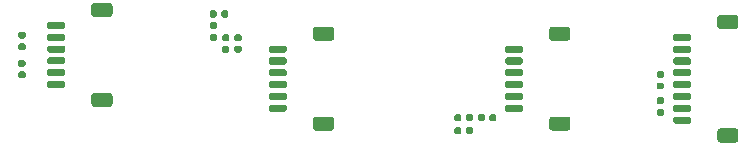
<source format=gtp>
G04 #@! TF.GenerationSoftware,KiCad,Pcbnew,(5.1.6-0-10_14)*
G04 #@! TF.CreationDate,2021-04-13T12:38:31+02:00*
G04 #@! TF.ProjectId,Encoder_SPI_Panel,456e636f-6465-4725-9f53-50495f50616e,rev?*
G04 #@! TF.SameCoordinates,Original*
G04 #@! TF.FileFunction,Paste,Top*
G04 #@! TF.FilePolarity,Positive*
%FSLAX46Y46*%
G04 Gerber Fmt 4.6, Leading zero omitted, Abs format (unit mm)*
G04 Created by KiCad (PCBNEW (5.1.6-0-10_14)) date 2021-04-13 12:38:31*
%MOMM*%
%LPD*%
G01*
G04 APERTURE LIST*
G04 APERTURE END LIST*
G36*
G01*
X106000950Y-41084950D02*
X106345950Y-41084950D01*
G75*
G02*
X106493450Y-41232450I0J-147500D01*
G01*
X106493450Y-41527450D01*
G75*
G02*
X106345950Y-41674950I-147500J0D01*
G01*
X106000950Y-41674950D01*
G75*
G02*
X105853450Y-41527450I0J147500D01*
G01*
X105853450Y-41232450D01*
G75*
G02*
X106000950Y-41084950I147500J0D01*
G01*
G37*
G36*
G01*
X106000950Y-42054950D02*
X106345950Y-42054950D01*
G75*
G02*
X106493450Y-42202450I0J-147500D01*
G01*
X106493450Y-42497450D01*
G75*
G02*
X106345950Y-42644950I-147500J0D01*
G01*
X106000950Y-42644950D01*
G75*
G02*
X105853450Y-42497450I0J147500D01*
G01*
X105853450Y-42202450D01*
G75*
G02*
X106000950Y-42054950I147500J0D01*
G01*
G37*
G36*
G01*
X106345950Y-40409950D02*
X106000950Y-40409950D01*
G75*
G02*
X105853450Y-40262450I0J147500D01*
G01*
X105853450Y-39967450D01*
G75*
G02*
X106000950Y-39819950I147500J0D01*
G01*
X106345950Y-39819950D01*
G75*
G02*
X106493450Y-39967450I0J-147500D01*
G01*
X106493450Y-40262450D01*
G75*
G02*
X106345950Y-40409950I-147500J0D01*
G01*
G37*
G36*
G01*
X106345950Y-39439950D02*
X106000950Y-39439950D01*
G75*
G02*
X105853450Y-39292450I0J147500D01*
G01*
X105853450Y-38997450D01*
G75*
G02*
X106000950Y-38849950I147500J0D01*
G01*
X106345950Y-38849950D01*
G75*
G02*
X106493450Y-38997450I0J-147500D01*
G01*
X106493450Y-39292450D01*
G75*
G02*
X106345950Y-39439950I-147500J0D01*
G01*
G37*
G36*
G01*
X108628450Y-43299950D02*
X107378450Y-43299950D01*
G75*
G02*
X107228450Y-43149950I0J150000D01*
G01*
X107228450Y-42849950D01*
G75*
G02*
X107378450Y-42699950I150000J0D01*
G01*
X108628450Y-42699950D01*
G75*
G02*
X108778450Y-42849950I0J-150000D01*
G01*
X108778450Y-43149950D01*
G75*
G02*
X108628450Y-43299950I-150000J0D01*
G01*
G37*
G36*
G01*
X108628450Y-42299950D02*
X107378450Y-42299950D01*
G75*
G02*
X107228450Y-42149950I0J150000D01*
G01*
X107228450Y-41849950D01*
G75*
G02*
X107378450Y-41699950I150000J0D01*
G01*
X108628450Y-41699950D01*
G75*
G02*
X108778450Y-41849950I0J-150000D01*
G01*
X108778450Y-42149950D01*
G75*
G02*
X108628450Y-42299950I-150000J0D01*
G01*
G37*
G36*
G01*
X108628450Y-41299950D02*
X107378450Y-41299950D01*
G75*
G02*
X107228450Y-41149950I0J150000D01*
G01*
X107228450Y-40849950D01*
G75*
G02*
X107378450Y-40699950I150000J0D01*
G01*
X108628450Y-40699950D01*
G75*
G02*
X108778450Y-40849950I0J-150000D01*
G01*
X108778450Y-41149950D01*
G75*
G02*
X108628450Y-41299950I-150000J0D01*
G01*
G37*
G36*
G01*
X108628450Y-40299950D02*
X107378450Y-40299950D01*
G75*
G02*
X107228450Y-40149950I0J150000D01*
G01*
X107228450Y-39849950D01*
G75*
G02*
X107378450Y-39699950I150000J0D01*
G01*
X108628450Y-39699950D01*
G75*
G02*
X108778450Y-39849950I0J-150000D01*
G01*
X108778450Y-40149950D01*
G75*
G02*
X108628450Y-40299950I-150000J0D01*
G01*
G37*
G36*
G01*
X108628450Y-39299950D02*
X107378450Y-39299950D01*
G75*
G02*
X107228450Y-39149950I0J150000D01*
G01*
X107228450Y-38849950D01*
G75*
G02*
X107378450Y-38699950I150000J0D01*
G01*
X108628450Y-38699950D01*
G75*
G02*
X108778450Y-38849950I0J-150000D01*
G01*
X108778450Y-39149950D01*
G75*
G02*
X108628450Y-39299950I-150000J0D01*
G01*
G37*
G36*
G01*
X108628450Y-38299950D02*
X107378450Y-38299950D01*
G75*
G02*
X107228450Y-38149950I0J150000D01*
G01*
X107228450Y-37849950D01*
G75*
G02*
X107378450Y-37699950I150000J0D01*
G01*
X108628450Y-37699950D01*
G75*
G02*
X108778450Y-37849950I0J-150000D01*
G01*
X108778450Y-38149950D01*
G75*
G02*
X108628450Y-38299950I-150000J0D01*
G01*
G37*
G36*
G01*
X108628450Y-37299950D02*
X107378450Y-37299950D01*
G75*
G02*
X107228450Y-37149950I0J150000D01*
G01*
X107228450Y-36849950D01*
G75*
G02*
X107378450Y-36699950I150000J0D01*
G01*
X108628450Y-36699950D01*
G75*
G02*
X108778450Y-36849950I0J-150000D01*
G01*
X108778450Y-37149950D01*
G75*
G02*
X108628450Y-37299950I-150000J0D01*
G01*
G37*
G36*
G01*
X108628450Y-36299950D02*
X107378450Y-36299950D01*
G75*
G02*
X107228450Y-36149950I0J150000D01*
G01*
X107228450Y-35849950D01*
G75*
G02*
X107378450Y-35699950I150000J0D01*
G01*
X108628450Y-35699950D01*
G75*
G02*
X108778450Y-35849950I0J-150000D01*
G01*
X108778450Y-36149950D01*
G75*
G02*
X108628450Y-36299950I-150000J0D01*
G01*
G37*
G36*
G01*
X112528451Y-44899950D02*
X111228449Y-44899950D01*
G75*
G02*
X110978450Y-44649951I0J249999D01*
G01*
X110978450Y-43949949D01*
G75*
G02*
X111228449Y-43699950I249999J0D01*
G01*
X112528451Y-43699950D01*
G75*
G02*
X112778450Y-43949949I0J-249999D01*
G01*
X112778450Y-44649951D01*
G75*
G02*
X112528451Y-44899950I-249999J0D01*
G01*
G37*
G36*
G01*
X112528451Y-35299950D02*
X111228449Y-35299950D01*
G75*
G02*
X110978450Y-35049951I0J249999D01*
G01*
X110978450Y-34349949D01*
G75*
G02*
X111228449Y-34099950I249999J0D01*
G01*
X112528451Y-34099950D01*
G75*
G02*
X112778450Y-34349949I0J-249999D01*
G01*
X112778450Y-35049951D01*
G75*
G02*
X112528451Y-35299950I-249999J0D01*
G01*
G37*
G36*
G01*
X98298052Y-36299999D02*
X96998050Y-36299999D01*
G75*
G02*
X96748051Y-36050000I0J249999D01*
G01*
X96748051Y-35349998D01*
G75*
G02*
X96998050Y-35099999I249999J0D01*
G01*
X98298052Y-35099999D01*
G75*
G02*
X98548051Y-35349998I0J-249999D01*
G01*
X98548051Y-36050000D01*
G75*
G02*
X98298052Y-36299999I-249999J0D01*
G01*
G37*
G36*
G01*
X98298052Y-43899999D02*
X96998050Y-43899999D01*
G75*
G02*
X96748051Y-43650000I0J249999D01*
G01*
X96748051Y-42949998D01*
G75*
G02*
X96998050Y-42699999I249999J0D01*
G01*
X98298052Y-42699999D01*
G75*
G02*
X98548051Y-42949998I0J-249999D01*
G01*
X98548051Y-43650000D01*
G75*
G02*
X98298052Y-43899999I-249999J0D01*
G01*
G37*
G36*
G01*
X94398051Y-37299999D02*
X93148051Y-37299999D01*
G75*
G02*
X92998051Y-37149999I0J150000D01*
G01*
X92998051Y-36849999D01*
G75*
G02*
X93148051Y-36699999I150000J0D01*
G01*
X94398051Y-36699999D01*
G75*
G02*
X94548051Y-36849999I0J-150000D01*
G01*
X94548051Y-37149999D01*
G75*
G02*
X94398051Y-37299999I-150000J0D01*
G01*
G37*
G36*
G01*
X94398051Y-38299999D02*
X93148051Y-38299999D01*
G75*
G02*
X92998051Y-38149999I0J150000D01*
G01*
X92998051Y-37849999D01*
G75*
G02*
X93148051Y-37699999I150000J0D01*
G01*
X94398051Y-37699999D01*
G75*
G02*
X94548051Y-37849999I0J-150000D01*
G01*
X94548051Y-38149999D01*
G75*
G02*
X94398051Y-38299999I-150000J0D01*
G01*
G37*
G36*
G01*
X94398051Y-39299999D02*
X93148051Y-39299999D01*
G75*
G02*
X92998051Y-39149999I0J150000D01*
G01*
X92998051Y-38849999D01*
G75*
G02*
X93148051Y-38699999I150000J0D01*
G01*
X94398051Y-38699999D01*
G75*
G02*
X94548051Y-38849999I0J-150000D01*
G01*
X94548051Y-39149999D01*
G75*
G02*
X94398051Y-39299999I-150000J0D01*
G01*
G37*
G36*
G01*
X94398051Y-40299999D02*
X93148051Y-40299999D01*
G75*
G02*
X92998051Y-40149999I0J150000D01*
G01*
X92998051Y-39849999D01*
G75*
G02*
X93148051Y-39699999I150000J0D01*
G01*
X94398051Y-39699999D01*
G75*
G02*
X94548051Y-39849999I0J-150000D01*
G01*
X94548051Y-40149999D01*
G75*
G02*
X94398051Y-40299999I-150000J0D01*
G01*
G37*
G36*
G01*
X94398051Y-41299999D02*
X93148051Y-41299999D01*
G75*
G02*
X92998051Y-41149999I0J150000D01*
G01*
X92998051Y-40849999D01*
G75*
G02*
X93148051Y-40699999I150000J0D01*
G01*
X94398051Y-40699999D01*
G75*
G02*
X94548051Y-40849999I0J-150000D01*
G01*
X94548051Y-41149999D01*
G75*
G02*
X94398051Y-41299999I-150000J0D01*
G01*
G37*
G36*
G01*
X94398051Y-42299999D02*
X93148051Y-42299999D01*
G75*
G02*
X92998051Y-42149999I0J150000D01*
G01*
X92998051Y-41849999D01*
G75*
G02*
X93148051Y-41699999I150000J0D01*
G01*
X94398051Y-41699999D01*
G75*
G02*
X94548051Y-41849999I0J-150000D01*
G01*
X94548051Y-42149999D01*
G75*
G02*
X94398051Y-42299999I-150000J0D01*
G01*
G37*
G36*
G01*
X91693051Y-42972499D02*
X91693051Y-42627499D01*
G75*
G02*
X91840551Y-42479999I147500J0D01*
G01*
X92135551Y-42479999D01*
G75*
G02*
X92283051Y-42627499I0J-147500D01*
G01*
X92283051Y-42972499D01*
G75*
G02*
X92135551Y-43119999I-147500J0D01*
G01*
X91840551Y-43119999D01*
G75*
G02*
X91693051Y-42972499I0J147500D01*
G01*
G37*
G36*
G01*
X90723051Y-42972499D02*
X90723051Y-42627499D01*
G75*
G02*
X90870551Y-42479999I147500J0D01*
G01*
X91165551Y-42479999D01*
G75*
G02*
X91313051Y-42627499I0J-147500D01*
G01*
X91313051Y-42972499D01*
G75*
G02*
X91165551Y-43119999I-147500J0D01*
G01*
X90870551Y-43119999D01*
G75*
G02*
X90723051Y-42972499I0J147500D01*
G01*
G37*
G36*
G01*
X89693051Y-44072499D02*
X89693051Y-43727499D01*
G75*
G02*
X89840551Y-43579999I147500J0D01*
G01*
X90135551Y-43579999D01*
G75*
G02*
X90283051Y-43727499I0J-147500D01*
G01*
X90283051Y-44072499D01*
G75*
G02*
X90135551Y-44219999I-147500J0D01*
G01*
X89840551Y-44219999D01*
G75*
G02*
X89693051Y-44072499I0J147500D01*
G01*
G37*
G36*
G01*
X88723051Y-44072499D02*
X88723051Y-43727499D01*
G75*
G02*
X88870551Y-43579999I147500J0D01*
G01*
X89165551Y-43579999D01*
G75*
G02*
X89313051Y-43727499I0J-147500D01*
G01*
X89313051Y-44072499D01*
G75*
G02*
X89165551Y-44219999I-147500J0D01*
G01*
X88870551Y-44219999D01*
G75*
G02*
X88723051Y-44072499I0J147500D01*
G01*
G37*
G36*
G01*
X89693051Y-42972499D02*
X89693051Y-42627499D01*
G75*
G02*
X89840551Y-42479999I147500J0D01*
G01*
X90135551Y-42479999D01*
G75*
G02*
X90283051Y-42627499I0J-147500D01*
G01*
X90283051Y-42972499D01*
G75*
G02*
X90135551Y-43119999I-147500J0D01*
G01*
X89840551Y-43119999D01*
G75*
G02*
X89693051Y-42972499I0J147500D01*
G01*
G37*
G36*
G01*
X88723051Y-42972499D02*
X88723051Y-42627499D01*
G75*
G02*
X88870551Y-42479999I147500J0D01*
G01*
X89165551Y-42479999D01*
G75*
G02*
X89313051Y-42627499I0J-147500D01*
G01*
X89313051Y-42972499D01*
G75*
G02*
X89165551Y-43119999I-147500J0D01*
G01*
X88870551Y-43119999D01*
G75*
G02*
X88723051Y-42972499I0J147500D01*
G01*
G37*
G36*
G01*
X69535539Y-37309999D02*
X69190539Y-37309999D01*
G75*
G02*
X69043039Y-37162499I0J147500D01*
G01*
X69043039Y-36867499D01*
G75*
G02*
X69190539Y-36719999I147500J0D01*
G01*
X69535539Y-36719999D01*
G75*
G02*
X69683039Y-36867499I0J-147500D01*
G01*
X69683039Y-37162499D01*
G75*
G02*
X69535539Y-37309999I-147500J0D01*
G01*
G37*
G36*
G01*
X69535539Y-36339999D02*
X69190539Y-36339999D01*
G75*
G02*
X69043039Y-36192499I0J147500D01*
G01*
X69043039Y-35897499D01*
G75*
G02*
X69190539Y-35749999I147500J0D01*
G01*
X69535539Y-35749999D01*
G75*
G02*
X69683039Y-35897499I0J-147500D01*
G01*
X69683039Y-36192499D01*
G75*
G02*
X69535539Y-36339999I-147500J0D01*
G01*
G37*
G36*
G01*
X70220539Y-35739999D02*
X70565539Y-35739999D01*
G75*
G02*
X70713039Y-35887499I0J-147500D01*
G01*
X70713039Y-36182499D01*
G75*
G02*
X70565539Y-36329999I-147500J0D01*
G01*
X70220539Y-36329999D01*
G75*
G02*
X70073039Y-36182499I0J147500D01*
G01*
X70073039Y-35887499D01*
G75*
G02*
X70220539Y-35739999I147500J0D01*
G01*
G37*
G36*
G01*
X70220539Y-36709999D02*
X70565539Y-36709999D01*
G75*
G02*
X70713039Y-36857499I0J-147500D01*
G01*
X70713039Y-37152499D01*
G75*
G02*
X70565539Y-37299999I-147500J0D01*
G01*
X70220539Y-37299999D01*
G75*
G02*
X70073039Y-37152499I0J147500D01*
G01*
X70073039Y-36857499D01*
G75*
G02*
X70220539Y-36709999I147500J0D01*
G01*
G37*
G36*
G01*
X68160539Y-34729999D02*
X68505539Y-34729999D01*
G75*
G02*
X68653039Y-34877499I0J-147500D01*
G01*
X68653039Y-35172499D01*
G75*
G02*
X68505539Y-35319999I-147500J0D01*
G01*
X68160539Y-35319999D01*
G75*
G02*
X68013039Y-35172499I0J147500D01*
G01*
X68013039Y-34877499D01*
G75*
G02*
X68160539Y-34729999I147500J0D01*
G01*
G37*
G36*
G01*
X68160539Y-35699999D02*
X68505539Y-35699999D01*
G75*
G02*
X68653039Y-35847499I0J-147500D01*
G01*
X68653039Y-36142499D01*
G75*
G02*
X68505539Y-36289999I-147500J0D01*
G01*
X68160539Y-36289999D01*
G75*
G02*
X68013039Y-36142499I0J147500D01*
G01*
X68013039Y-35847499D01*
G75*
G02*
X68160539Y-35699999I147500J0D01*
G01*
G37*
G36*
G01*
X74398039Y-42299999D02*
X73148039Y-42299999D01*
G75*
G02*
X72998039Y-42149999I0J150000D01*
G01*
X72998039Y-41849999D01*
G75*
G02*
X73148039Y-41699999I150000J0D01*
G01*
X74398039Y-41699999D01*
G75*
G02*
X74548039Y-41849999I0J-150000D01*
G01*
X74548039Y-42149999D01*
G75*
G02*
X74398039Y-42299999I-150000J0D01*
G01*
G37*
G36*
G01*
X74398039Y-41299999D02*
X73148039Y-41299999D01*
G75*
G02*
X72998039Y-41149999I0J150000D01*
G01*
X72998039Y-40849999D01*
G75*
G02*
X73148039Y-40699999I150000J0D01*
G01*
X74398039Y-40699999D01*
G75*
G02*
X74548039Y-40849999I0J-150000D01*
G01*
X74548039Y-41149999D01*
G75*
G02*
X74398039Y-41299999I-150000J0D01*
G01*
G37*
G36*
G01*
X74398039Y-40299999D02*
X73148039Y-40299999D01*
G75*
G02*
X72998039Y-40149999I0J150000D01*
G01*
X72998039Y-39849999D01*
G75*
G02*
X73148039Y-39699999I150000J0D01*
G01*
X74398039Y-39699999D01*
G75*
G02*
X74548039Y-39849999I0J-150000D01*
G01*
X74548039Y-40149999D01*
G75*
G02*
X74398039Y-40299999I-150000J0D01*
G01*
G37*
G36*
G01*
X74398039Y-39299999D02*
X73148039Y-39299999D01*
G75*
G02*
X72998039Y-39149999I0J150000D01*
G01*
X72998039Y-38849999D01*
G75*
G02*
X73148039Y-38699999I150000J0D01*
G01*
X74398039Y-38699999D01*
G75*
G02*
X74548039Y-38849999I0J-150000D01*
G01*
X74548039Y-39149999D01*
G75*
G02*
X74398039Y-39299999I-150000J0D01*
G01*
G37*
G36*
G01*
X74398039Y-38299999D02*
X73148039Y-38299999D01*
G75*
G02*
X72998039Y-38149999I0J150000D01*
G01*
X72998039Y-37849999D01*
G75*
G02*
X73148039Y-37699999I150000J0D01*
G01*
X74398039Y-37699999D01*
G75*
G02*
X74548039Y-37849999I0J-150000D01*
G01*
X74548039Y-38149999D01*
G75*
G02*
X74398039Y-38299999I-150000J0D01*
G01*
G37*
G36*
G01*
X74398039Y-37299999D02*
X73148039Y-37299999D01*
G75*
G02*
X72998039Y-37149999I0J150000D01*
G01*
X72998039Y-36849999D01*
G75*
G02*
X73148039Y-36699999I150000J0D01*
G01*
X74398039Y-36699999D01*
G75*
G02*
X74548039Y-36849999I0J-150000D01*
G01*
X74548039Y-37149999D01*
G75*
G02*
X74398039Y-37299999I-150000J0D01*
G01*
G37*
G36*
G01*
X78298040Y-43899999D02*
X76998038Y-43899999D01*
G75*
G02*
X76748039Y-43650000I0J249999D01*
G01*
X76748039Y-42949998D01*
G75*
G02*
X76998038Y-42699999I249999J0D01*
G01*
X78298040Y-42699999D01*
G75*
G02*
X78548039Y-42949998I0J-249999D01*
G01*
X78548039Y-43650000D01*
G75*
G02*
X78298040Y-43899999I-249999J0D01*
G01*
G37*
G36*
G01*
X78298040Y-36299999D02*
X76998038Y-36299999D01*
G75*
G02*
X76748039Y-36050000I0J249999D01*
G01*
X76748039Y-35349998D01*
G75*
G02*
X76998038Y-35099999I249999J0D01*
G01*
X78298040Y-35099999D01*
G75*
G02*
X78548039Y-35349998I0J-249999D01*
G01*
X78548039Y-36050000D01*
G75*
G02*
X78298040Y-36299999I-249999J0D01*
G01*
G37*
G36*
G01*
X68018039Y-34182499D02*
X68018039Y-33837499D01*
G75*
G02*
X68165539Y-33689999I147500J0D01*
G01*
X68460539Y-33689999D01*
G75*
G02*
X68608039Y-33837499I0J-147500D01*
G01*
X68608039Y-34182499D01*
G75*
G02*
X68460539Y-34329999I-147500J0D01*
G01*
X68165539Y-34329999D01*
G75*
G02*
X68018039Y-34182499I0J147500D01*
G01*
G37*
G36*
G01*
X68988039Y-34182499D02*
X68988039Y-33837499D01*
G75*
G02*
X69135539Y-33689999I147500J0D01*
G01*
X69430539Y-33689999D01*
G75*
G02*
X69578039Y-33837499I0J-147500D01*
G01*
X69578039Y-34182499D01*
G75*
G02*
X69430539Y-34329999I-147500J0D01*
G01*
X69135539Y-34329999D01*
G75*
G02*
X68988039Y-34182499I0J147500D01*
G01*
G37*
G36*
G01*
X51927896Y-37904950D02*
X52272896Y-37904950D01*
G75*
G02*
X52420396Y-38052450I0J-147500D01*
G01*
X52420396Y-38347450D01*
G75*
G02*
X52272896Y-38494950I-147500J0D01*
G01*
X51927896Y-38494950D01*
G75*
G02*
X51780396Y-38347450I0J147500D01*
G01*
X51780396Y-38052450D01*
G75*
G02*
X51927896Y-37904950I147500J0D01*
G01*
G37*
G36*
G01*
X51927896Y-38874950D02*
X52272896Y-38874950D01*
G75*
G02*
X52420396Y-39022450I0J-147500D01*
G01*
X52420396Y-39317450D01*
G75*
G02*
X52272896Y-39464950I-147500J0D01*
G01*
X51927896Y-39464950D01*
G75*
G02*
X51780396Y-39317450I0J147500D01*
G01*
X51780396Y-39022450D01*
G75*
G02*
X51927896Y-38874950I147500J0D01*
G01*
G37*
G36*
G01*
X52292896Y-37089950D02*
X51947896Y-37089950D01*
G75*
G02*
X51800396Y-36942450I0J147500D01*
G01*
X51800396Y-36647450D01*
G75*
G02*
X51947896Y-36499950I147500J0D01*
G01*
X52292896Y-36499950D01*
G75*
G02*
X52440396Y-36647450I0J-147500D01*
G01*
X52440396Y-36942450D01*
G75*
G02*
X52292896Y-37089950I-147500J0D01*
G01*
G37*
G36*
G01*
X52292896Y-36119950D02*
X51947896Y-36119950D01*
G75*
G02*
X51800396Y-35972450I0J147500D01*
G01*
X51800396Y-35677450D01*
G75*
G02*
X51947896Y-35529950I147500J0D01*
G01*
X52292896Y-35529950D01*
G75*
G02*
X52440396Y-35677450I0J-147500D01*
G01*
X52440396Y-35972450D01*
G75*
G02*
X52292896Y-36119950I-147500J0D01*
G01*
G37*
G36*
G01*
X55635396Y-40289950D02*
X54385396Y-40289950D01*
G75*
G02*
X54235396Y-40139950I0J150000D01*
G01*
X54235396Y-39839950D01*
G75*
G02*
X54385396Y-39689950I150000J0D01*
G01*
X55635396Y-39689950D01*
G75*
G02*
X55785396Y-39839950I0J-150000D01*
G01*
X55785396Y-40139950D01*
G75*
G02*
X55635396Y-40289950I-150000J0D01*
G01*
G37*
G36*
G01*
X55635396Y-39289950D02*
X54385396Y-39289950D01*
G75*
G02*
X54235396Y-39139950I0J150000D01*
G01*
X54235396Y-38839950D01*
G75*
G02*
X54385396Y-38689950I150000J0D01*
G01*
X55635396Y-38689950D01*
G75*
G02*
X55785396Y-38839950I0J-150000D01*
G01*
X55785396Y-39139950D01*
G75*
G02*
X55635396Y-39289950I-150000J0D01*
G01*
G37*
G36*
G01*
X55635396Y-38289950D02*
X54385396Y-38289950D01*
G75*
G02*
X54235396Y-38139950I0J150000D01*
G01*
X54235396Y-37839950D01*
G75*
G02*
X54385396Y-37689950I150000J0D01*
G01*
X55635396Y-37689950D01*
G75*
G02*
X55785396Y-37839950I0J-150000D01*
G01*
X55785396Y-38139950D01*
G75*
G02*
X55635396Y-38289950I-150000J0D01*
G01*
G37*
G36*
G01*
X55635396Y-37289950D02*
X54385396Y-37289950D01*
G75*
G02*
X54235396Y-37139950I0J150000D01*
G01*
X54235396Y-36839950D01*
G75*
G02*
X54385396Y-36689950I150000J0D01*
G01*
X55635396Y-36689950D01*
G75*
G02*
X55785396Y-36839950I0J-150000D01*
G01*
X55785396Y-37139950D01*
G75*
G02*
X55635396Y-37289950I-150000J0D01*
G01*
G37*
G36*
G01*
X55635396Y-36289950D02*
X54385396Y-36289950D01*
G75*
G02*
X54235396Y-36139950I0J150000D01*
G01*
X54235396Y-35839950D01*
G75*
G02*
X54385396Y-35689950I150000J0D01*
G01*
X55635396Y-35689950D01*
G75*
G02*
X55785396Y-35839950I0J-150000D01*
G01*
X55785396Y-36139950D01*
G75*
G02*
X55635396Y-36289950I-150000J0D01*
G01*
G37*
G36*
G01*
X55635396Y-35289950D02*
X54385396Y-35289950D01*
G75*
G02*
X54235396Y-35139950I0J150000D01*
G01*
X54235396Y-34839950D01*
G75*
G02*
X54385396Y-34689950I150000J0D01*
G01*
X55635396Y-34689950D01*
G75*
G02*
X55785396Y-34839950I0J-150000D01*
G01*
X55785396Y-35139950D01*
G75*
G02*
X55635396Y-35289950I-150000J0D01*
G01*
G37*
G36*
G01*
X59535796Y-41889950D02*
X58234996Y-41889950D01*
G75*
G02*
X57985396Y-41640350I0J249600D01*
G01*
X57985396Y-40939550D01*
G75*
G02*
X58234996Y-40689950I249600J0D01*
G01*
X59535796Y-40689950D01*
G75*
G02*
X59785396Y-40939550I0J-249600D01*
G01*
X59785396Y-41640350D01*
G75*
G02*
X59535796Y-41889950I-249600J0D01*
G01*
G37*
G36*
G01*
X59535397Y-34289950D02*
X58235395Y-34289950D01*
G75*
G02*
X57985396Y-34039951I0J249999D01*
G01*
X57985396Y-33339949D01*
G75*
G02*
X58235395Y-33089950I249999J0D01*
G01*
X59535397Y-33089950D01*
G75*
G02*
X59785396Y-33339949I0J-249999D01*
G01*
X59785396Y-34039951D01*
G75*
G02*
X59535397Y-34289950I-249999J0D01*
G01*
G37*
M02*

</source>
